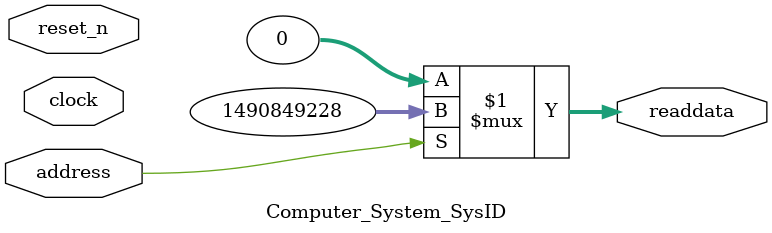
<source format=v>



// synthesis translate_off
`timescale 1ns / 1ps
// synthesis translate_on

// turn off superfluous verilog processor warnings 
// altera message_level Level1 
// altera message_off 10034 10035 10036 10037 10230 10240 10030 

module Computer_System_SysID (
               // inputs:
                address,
                clock,
                reset_n,

               // outputs:
                readdata
             )
;

  output  [ 31: 0] readdata;
  input            address;
  input            clock;
  input            reset_n;

  wire    [ 31: 0] readdata;
  //control_slave, which is an e_avalon_slave
  assign readdata = address ? 1490849228 : 0;

endmodule



</source>
